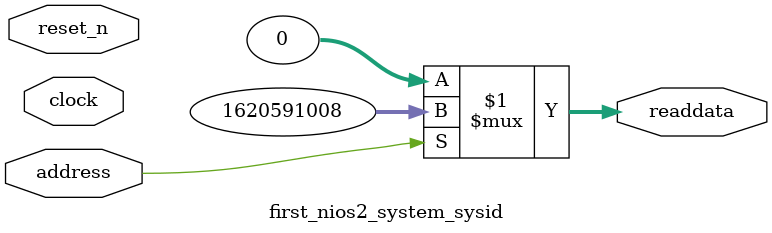
<source format=v>

`timescale 1ns / 1ps
// synthesis translate_on

// turn off superfluous verilog processor warnings 
// altera message_level Level1 
// altera message_off 10034 10035 10036 10037 10230 10240 10030 

module first_nios2_system_sysid (
               // inputs:
                address,
                clock,
                reset_n,

               // outputs:
                readdata
             )
;

  output  [ 31: 0] readdata;
  input            address;
  input            clock;
  input            reset_n;

  wire    [ 31: 0] readdata;
  //control_slave, which is an e_avalon_slave
  assign readdata = address ? 1620591008 : 0;

endmodule




</source>
